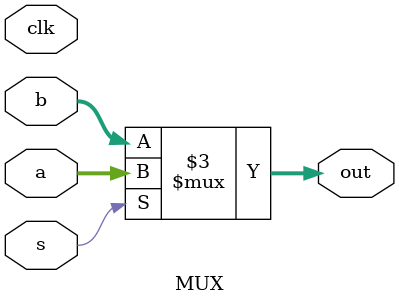
<source format=v>
module MUX(
	input clk,
	input [31:0] a,b,
	input s,
	
	output reg [31:0] out
);

always @(s) begin
	if (s) begin
		out <= a;
	end
	else begin
		out <= b;
	end
end

endmodule
</source>
